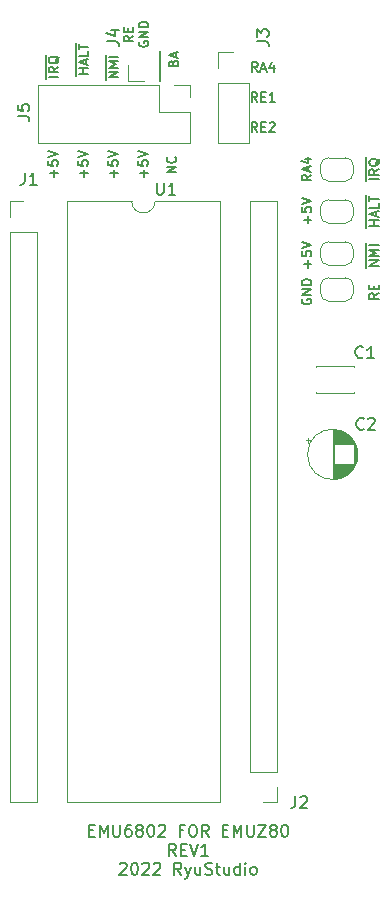
<source format=gto>
G04 #@! TF.GenerationSoftware,KiCad,Pcbnew,(6.0.7)*
G04 #@! TF.CreationDate,2022-09-12T18:05:54-07:00*
G04 #@! TF.ProjectId,emu6802,656d7536-3830-4322-9e6b-696361645f70,rev?*
G04 #@! TF.SameCoordinates,Original*
G04 #@! TF.FileFunction,Legend,Top*
G04 #@! TF.FilePolarity,Positive*
%FSLAX46Y46*%
G04 Gerber Fmt 4.6, Leading zero omitted, Abs format (unit mm)*
G04 Created by KiCad (PCBNEW (6.0.7)) date 2022-09-12 18:05:54*
%MOMM*%
%LPD*%
G01*
G04 APERTURE LIST*
%ADD10C,0.150000*%
%ADD11C,0.120000*%
G04 APERTURE END LIST*
D10*
X68306904Y-64997571D02*
X67506904Y-64997571D01*
X68306904Y-64540428D01*
X67506904Y-64540428D01*
X68230714Y-63702333D02*
X68268809Y-63740428D01*
X68306904Y-63854714D01*
X68306904Y-63930904D01*
X68268809Y-64045190D01*
X68192619Y-64121380D01*
X68116428Y-64159476D01*
X67964047Y-64197571D01*
X67849761Y-64197571D01*
X67697380Y-64159476D01*
X67621190Y-64121380D01*
X67545000Y-64045190D01*
X67506904Y-63930904D01*
X67506904Y-63854714D01*
X67545000Y-63740428D01*
X67583095Y-63702333D01*
X63049142Y-65397571D02*
X63049142Y-64788047D01*
X63353904Y-65092809D02*
X62744380Y-65092809D01*
X62553904Y-64026142D02*
X62553904Y-64407095D01*
X62934857Y-64445190D01*
X62896761Y-64407095D01*
X62858666Y-64330904D01*
X62858666Y-64140428D01*
X62896761Y-64064238D01*
X62934857Y-64026142D01*
X63011047Y-63988047D01*
X63201523Y-63988047D01*
X63277714Y-64026142D01*
X63315809Y-64064238D01*
X63353904Y-64140428D01*
X63353904Y-64330904D01*
X63315809Y-64407095D01*
X63277714Y-64445190D01*
X62553904Y-63759476D02*
X63353904Y-63492809D01*
X62553904Y-63226142D01*
X57969142Y-65397571D02*
X57969142Y-64788047D01*
X58273904Y-65092809D02*
X57664380Y-65092809D01*
X57473904Y-64026142D02*
X57473904Y-64407095D01*
X57854857Y-64445190D01*
X57816761Y-64407095D01*
X57778666Y-64330904D01*
X57778666Y-64140428D01*
X57816761Y-64064238D01*
X57854857Y-64026142D01*
X57931047Y-63988047D01*
X58121523Y-63988047D01*
X58197714Y-64026142D01*
X58235809Y-64064238D01*
X58273904Y-64140428D01*
X58273904Y-64330904D01*
X58235809Y-64407095D01*
X58197714Y-64445190D01*
X57473904Y-63759476D02*
X58273904Y-63492809D01*
X57473904Y-63226142D01*
X65589142Y-65397571D02*
X65589142Y-64788047D01*
X65893904Y-65092809D02*
X65284380Y-65092809D01*
X65093904Y-64026142D02*
X65093904Y-64407095D01*
X65474857Y-64445190D01*
X65436761Y-64407095D01*
X65398666Y-64330904D01*
X65398666Y-64140428D01*
X65436761Y-64064238D01*
X65474857Y-64026142D01*
X65551047Y-63988047D01*
X65741523Y-63988047D01*
X65817714Y-64026142D01*
X65855809Y-64064238D01*
X65893904Y-64140428D01*
X65893904Y-64330904D01*
X65855809Y-64407095D01*
X65817714Y-64445190D01*
X65093904Y-63759476D02*
X65893904Y-63492809D01*
X65093904Y-63226142D01*
X60509142Y-65397571D02*
X60509142Y-64788047D01*
X60813904Y-65092809D02*
X60204380Y-65092809D01*
X60013904Y-64026142D02*
X60013904Y-64407095D01*
X60394857Y-64445190D01*
X60356761Y-64407095D01*
X60318666Y-64330904D01*
X60318666Y-64140428D01*
X60356761Y-64064238D01*
X60394857Y-64026142D01*
X60471047Y-63988047D01*
X60661523Y-63988047D01*
X60737714Y-64026142D01*
X60775809Y-64064238D01*
X60813904Y-64140428D01*
X60813904Y-64330904D01*
X60775809Y-64407095D01*
X60737714Y-64445190D01*
X60013904Y-63759476D02*
X60813904Y-63492809D01*
X60013904Y-63226142D01*
X79751904Y-65246190D02*
X79370952Y-65512857D01*
X79751904Y-65703333D02*
X78951904Y-65703333D01*
X78951904Y-65398571D01*
X78990000Y-65322380D01*
X79028095Y-65284285D01*
X79104285Y-65246190D01*
X79218571Y-65246190D01*
X79294761Y-65284285D01*
X79332857Y-65322380D01*
X79370952Y-65398571D01*
X79370952Y-65703333D01*
X79523333Y-64941428D02*
X79523333Y-64560476D01*
X79751904Y-65017619D02*
X78951904Y-64750952D01*
X79751904Y-64484285D01*
X79218571Y-63874761D02*
X79751904Y-63874761D01*
X78913809Y-64065238D02*
X79485238Y-64255714D01*
X79485238Y-63760476D01*
X85451904Y-75252285D02*
X85070952Y-75518952D01*
X85451904Y-75709428D02*
X84651904Y-75709428D01*
X84651904Y-75404666D01*
X84690000Y-75328476D01*
X84728095Y-75290380D01*
X84804285Y-75252285D01*
X84918571Y-75252285D01*
X84994761Y-75290380D01*
X85032857Y-75328476D01*
X85070952Y-75404666D01*
X85070952Y-75709428D01*
X85032857Y-74909428D02*
X85032857Y-74642761D01*
X85451904Y-74528476D02*
X85451904Y-74909428D01*
X84651904Y-74909428D01*
X84651904Y-74528476D01*
X64688904Y-53454285D02*
X64307952Y-53720952D01*
X64688904Y-53911428D02*
X63888904Y-53911428D01*
X63888904Y-53606666D01*
X63927000Y-53530476D01*
X63965095Y-53492380D01*
X64041285Y-53454285D01*
X64155571Y-53454285D01*
X64231761Y-53492380D01*
X64269857Y-53530476D01*
X64307952Y-53606666D01*
X64307952Y-53911428D01*
X64269857Y-53111428D02*
X64269857Y-52844761D01*
X64688904Y-52730476D02*
X64688904Y-53111428D01*
X63888904Y-53111428D01*
X63888904Y-52730476D01*
X75215809Y-56495904D02*
X74949142Y-56114952D01*
X74758666Y-56495904D02*
X74758666Y-55695904D01*
X75063428Y-55695904D01*
X75139619Y-55734000D01*
X75177714Y-55772095D01*
X75215809Y-55848285D01*
X75215809Y-55962571D01*
X75177714Y-56038761D01*
X75139619Y-56076857D01*
X75063428Y-56114952D01*
X74758666Y-56114952D01*
X75520571Y-56267333D02*
X75901523Y-56267333D01*
X75444380Y-56495904D02*
X75711047Y-55695904D01*
X75977714Y-56495904D01*
X76587238Y-55962571D02*
X76587238Y-56495904D01*
X76396761Y-55657809D02*
X76206285Y-56229238D01*
X76701523Y-56229238D01*
X59853000Y-56869476D02*
X59853000Y-56031380D01*
X60878904Y-56679000D02*
X60078904Y-56679000D01*
X60459857Y-56679000D02*
X60459857Y-56221857D01*
X60878904Y-56221857D02*
X60078904Y-56221857D01*
X59853000Y-56031380D02*
X59853000Y-55345666D01*
X60650333Y-55879000D02*
X60650333Y-55498047D01*
X60878904Y-55955190D02*
X60078904Y-55688523D01*
X60878904Y-55421857D01*
X59853000Y-55345666D02*
X59853000Y-54698047D01*
X60878904Y-54774238D02*
X60878904Y-55155190D01*
X60078904Y-55155190D01*
X59853000Y-54698047D02*
X59853000Y-54088523D01*
X60078904Y-54621857D02*
X60078904Y-54164714D01*
X60878904Y-54393285D02*
X60078904Y-54393285D01*
X79462142Y-73088569D02*
X79462142Y-72479045D01*
X79766904Y-72783807D02*
X79157380Y-72783807D01*
X78966904Y-71717140D02*
X78966904Y-72098093D01*
X79347857Y-72136188D01*
X79309761Y-72098093D01*
X79271666Y-72021902D01*
X79271666Y-71831426D01*
X79309761Y-71755236D01*
X79347857Y-71717140D01*
X79424047Y-71679045D01*
X79614523Y-71679045D01*
X79690714Y-71717140D01*
X79728809Y-71755236D01*
X79766904Y-71831426D01*
X79766904Y-72021902D01*
X79728809Y-72098093D01*
X79690714Y-72136188D01*
X78966904Y-71450474D02*
X79766904Y-71183807D01*
X78966904Y-70917140D01*
X79447142Y-69354571D02*
X79447142Y-68745047D01*
X79751904Y-69049809D02*
X79142380Y-69049809D01*
X78951904Y-67983142D02*
X78951904Y-68364095D01*
X79332857Y-68402190D01*
X79294761Y-68364095D01*
X79256666Y-68287904D01*
X79256666Y-68097428D01*
X79294761Y-68021238D01*
X79332857Y-67983142D01*
X79409047Y-67945047D01*
X79599523Y-67945047D01*
X79675714Y-67983142D01*
X79713809Y-68021238D01*
X79751904Y-68097428D01*
X79751904Y-68287904D01*
X79713809Y-68364095D01*
X79675714Y-68402190D01*
X78951904Y-67716476D02*
X79751904Y-67449809D01*
X78951904Y-67183142D01*
X65200000Y-53949523D02*
X65161904Y-54025714D01*
X65161904Y-54140000D01*
X65200000Y-54254285D01*
X65276190Y-54330476D01*
X65352380Y-54368571D01*
X65504761Y-54406666D01*
X65619047Y-54406666D01*
X65771428Y-54368571D01*
X65847619Y-54330476D01*
X65923809Y-54254285D01*
X65961904Y-54140000D01*
X65961904Y-54063809D01*
X65923809Y-53949523D01*
X65885714Y-53911428D01*
X65619047Y-53911428D01*
X65619047Y-54063809D01*
X65961904Y-53568571D02*
X65161904Y-53568571D01*
X65961904Y-53111428D01*
X65161904Y-53111428D01*
X65961904Y-52730476D02*
X65161904Y-52730476D01*
X65161904Y-52540000D01*
X65200000Y-52425714D01*
X65276190Y-52349523D01*
X65352380Y-52311428D01*
X65504761Y-52273333D01*
X65619047Y-52273333D01*
X65771428Y-52311428D01*
X65847619Y-52349523D01*
X65923809Y-52425714D01*
X65961904Y-52540000D01*
X65961904Y-52730476D01*
X75196761Y-61575904D02*
X74930095Y-61194952D01*
X74739619Y-61575904D02*
X74739619Y-60775904D01*
X75044380Y-60775904D01*
X75120571Y-60814000D01*
X75158666Y-60852095D01*
X75196761Y-60928285D01*
X75196761Y-61042571D01*
X75158666Y-61118761D01*
X75120571Y-61156857D01*
X75044380Y-61194952D01*
X74739619Y-61194952D01*
X75539619Y-61156857D02*
X75806285Y-61156857D01*
X75920571Y-61575904D02*
X75539619Y-61575904D01*
X75539619Y-60775904D01*
X75920571Y-60775904D01*
X76225333Y-60852095D02*
X76263428Y-60814000D01*
X76339619Y-60775904D01*
X76530095Y-60775904D01*
X76606285Y-60814000D01*
X76644380Y-60852095D01*
X76682476Y-60928285D01*
X76682476Y-61004476D01*
X76644380Y-61118761D01*
X76187238Y-61575904D01*
X76682476Y-61575904D01*
X57313000Y-57123523D02*
X57313000Y-56742571D01*
X58338904Y-56933047D02*
X57538904Y-56933047D01*
X57313000Y-56742571D02*
X57313000Y-55942571D01*
X58338904Y-56094952D02*
X57957952Y-56361619D01*
X58338904Y-56552095D02*
X57538904Y-56552095D01*
X57538904Y-56247333D01*
X57577000Y-56171142D01*
X57615095Y-56133047D01*
X57691285Y-56094952D01*
X57805571Y-56094952D01*
X57881761Y-56133047D01*
X57919857Y-56171142D01*
X57957952Y-56247333D01*
X57957952Y-56552095D01*
X57313000Y-55942571D02*
X57313000Y-55104476D01*
X58415095Y-55218761D02*
X58377000Y-55294952D01*
X58300809Y-55371142D01*
X58186523Y-55485428D01*
X58148428Y-55561619D01*
X58148428Y-55637809D01*
X58338904Y-55599714D02*
X58300809Y-55675904D01*
X58224619Y-55752095D01*
X58072238Y-55790190D01*
X57805571Y-55790190D01*
X57653190Y-55752095D01*
X57577000Y-55675904D01*
X57538904Y-55599714D01*
X57538904Y-55447333D01*
X57577000Y-55371142D01*
X57653190Y-55294952D01*
X57805571Y-55256857D01*
X58072238Y-55256857D01*
X58224619Y-55294952D01*
X58300809Y-55371142D01*
X58338904Y-55447333D01*
X58338904Y-55599714D01*
X84426000Y-69716476D02*
X84426000Y-68878380D01*
X85451904Y-69526000D02*
X84651904Y-69526000D01*
X85032857Y-69526000D02*
X85032857Y-69068857D01*
X85451904Y-69068857D02*
X84651904Y-69068857D01*
X84426000Y-68878380D02*
X84426000Y-68192666D01*
X85223333Y-68726000D02*
X85223333Y-68345047D01*
X85451904Y-68802190D02*
X84651904Y-68535523D01*
X85451904Y-68268857D01*
X84426000Y-68192666D02*
X84426000Y-67545047D01*
X85451904Y-67621238D02*
X85451904Y-68002190D01*
X84651904Y-68002190D01*
X84426000Y-67545047D02*
X84426000Y-66935523D01*
X84651904Y-67468857D02*
X84651904Y-67011714D01*
X85451904Y-67240285D02*
X84651904Y-67240285D01*
X84426000Y-65779523D02*
X84426000Y-65398571D01*
X85451904Y-65589047D02*
X84651904Y-65589047D01*
X84426000Y-65398571D02*
X84426000Y-64598571D01*
X85451904Y-64750952D02*
X85070952Y-65017619D01*
X85451904Y-65208095D02*
X84651904Y-65208095D01*
X84651904Y-64903333D01*
X84690000Y-64827142D01*
X84728095Y-64789047D01*
X84804285Y-64750952D01*
X84918571Y-64750952D01*
X84994761Y-64789047D01*
X85032857Y-64827142D01*
X85070952Y-64903333D01*
X85070952Y-65208095D01*
X84426000Y-64598571D02*
X84426000Y-63760476D01*
X85528095Y-63874761D02*
X85490000Y-63950952D01*
X85413809Y-64027142D01*
X85299523Y-64141428D01*
X85261428Y-64217619D01*
X85261428Y-64293809D01*
X85451904Y-64255714D02*
X85413809Y-64331904D01*
X85337619Y-64408095D01*
X85185238Y-64446190D01*
X84918571Y-64446190D01*
X84766190Y-64408095D01*
X84690000Y-64331904D01*
X84651904Y-64255714D01*
X84651904Y-64103333D01*
X84690000Y-64027142D01*
X84766190Y-63950952D01*
X84918571Y-63912857D01*
X85185238Y-63912857D01*
X85337619Y-63950952D01*
X85413809Y-64027142D01*
X85451904Y-64103333D01*
X85451904Y-64255714D01*
X79005000Y-75747523D02*
X78966904Y-75823714D01*
X78966904Y-75938000D01*
X79005000Y-76052285D01*
X79081190Y-76128476D01*
X79157380Y-76166571D01*
X79309761Y-76204666D01*
X79424047Y-76204666D01*
X79576428Y-76166571D01*
X79652619Y-76128476D01*
X79728809Y-76052285D01*
X79766904Y-75938000D01*
X79766904Y-75861809D01*
X79728809Y-75747523D01*
X79690714Y-75709428D01*
X79424047Y-75709428D01*
X79424047Y-75861809D01*
X79766904Y-75366571D02*
X78966904Y-75366571D01*
X79766904Y-74909428D01*
X78966904Y-74909428D01*
X79766904Y-74528476D02*
X78966904Y-74528476D01*
X78966904Y-74338000D01*
X79005000Y-74223714D01*
X79081190Y-74147523D01*
X79157380Y-74109428D01*
X79309761Y-74071333D01*
X79424047Y-74071333D01*
X79576428Y-74109428D01*
X79652619Y-74147523D01*
X79728809Y-74223714D01*
X79766904Y-74338000D01*
X79766904Y-74528476D01*
X62393000Y-57180666D02*
X62393000Y-56342571D01*
X63418904Y-56990190D02*
X62618904Y-56990190D01*
X63418904Y-56533047D01*
X62618904Y-56533047D01*
X62393000Y-56342571D02*
X62393000Y-55428285D01*
X63418904Y-56152095D02*
X62618904Y-56152095D01*
X63190333Y-55885428D01*
X62618904Y-55618761D01*
X63418904Y-55618761D01*
X62393000Y-55428285D02*
X62393000Y-55047333D01*
X63418904Y-55237809D02*
X62618904Y-55237809D01*
X84426000Y-73126664D02*
X84426000Y-72288569D01*
X85451904Y-72936188D02*
X84651904Y-72936188D01*
X85451904Y-72479045D01*
X84651904Y-72479045D01*
X84426000Y-72288569D02*
X84426000Y-71374283D01*
X85451904Y-72098093D02*
X84651904Y-72098093D01*
X85223333Y-71831426D01*
X84651904Y-71564759D01*
X85451904Y-71564759D01*
X84426000Y-71374283D02*
X84426000Y-70993331D01*
X85451904Y-71183807D02*
X84651904Y-71183807D01*
X68079857Y-55764714D02*
X68117952Y-55650428D01*
X68156047Y-55612333D01*
X68232238Y-55574238D01*
X68346523Y-55574238D01*
X68422714Y-55612333D01*
X68460809Y-55650428D01*
X68498904Y-55726619D01*
X68498904Y-56031380D01*
X67698904Y-56031380D01*
X67698904Y-55764714D01*
X67737000Y-55688523D01*
X67775095Y-55650428D01*
X67851285Y-55612333D01*
X67927476Y-55612333D01*
X68003666Y-55650428D01*
X68041761Y-55688523D01*
X68079857Y-55764714D01*
X68079857Y-56031380D01*
X68270333Y-55269476D02*
X68270333Y-54888523D01*
X68498904Y-55345666D02*
X67698904Y-55079000D01*
X68498904Y-54812333D01*
X60937238Y-120746571D02*
X61270571Y-120746571D01*
X61413428Y-121270380D02*
X60937238Y-121270380D01*
X60937238Y-120270380D01*
X61413428Y-120270380D01*
X61842000Y-121270380D02*
X61842000Y-120270380D01*
X62175333Y-120984666D01*
X62508666Y-120270380D01*
X62508666Y-121270380D01*
X62984857Y-120270380D02*
X62984857Y-121079904D01*
X63032476Y-121175142D01*
X63080095Y-121222761D01*
X63175333Y-121270380D01*
X63365809Y-121270380D01*
X63461047Y-121222761D01*
X63508666Y-121175142D01*
X63556285Y-121079904D01*
X63556285Y-120270380D01*
X64461047Y-120270380D02*
X64270571Y-120270380D01*
X64175333Y-120318000D01*
X64127714Y-120365619D01*
X64032476Y-120508476D01*
X63984857Y-120698952D01*
X63984857Y-121079904D01*
X64032476Y-121175142D01*
X64080095Y-121222761D01*
X64175333Y-121270380D01*
X64365809Y-121270380D01*
X64461047Y-121222761D01*
X64508666Y-121175142D01*
X64556285Y-121079904D01*
X64556285Y-120841809D01*
X64508666Y-120746571D01*
X64461047Y-120698952D01*
X64365809Y-120651333D01*
X64175333Y-120651333D01*
X64080095Y-120698952D01*
X64032476Y-120746571D01*
X63984857Y-120841809D01*
X65127714Y-120698952D02*
X65032476Y-120651333D01*
X64984857Y-120603714D01*
X64937238Y-120508476D01*
X64937238Y-120460857D01*
X64984857Y-120365619D01*
X65032476Y-120318000D01*
X65127714Y-120270380D01*
X65318190Y-120270380D01*
X65413428Y-120318000D01*
X65461047Y-120365619D01*
X65508666Y-120460857D01*
X65508666Y-120508476D01*
X65461047Y-120603714D01*
X65413428Y-120651333D01*
X65318190Y-120698952D01*
X65127714Y-120698952D01*
X65032476Y-120746571D01*
X64984857Y-120794190D01*
X64937238Y-120889428D01*
X64937238Y-121079904D01*
X64984857Y-121175142D01*
X65032476Y-121222761D01*
X65127714Y-121270380D01*
X65318190Y-121270380D01*
X65413428Y-121222761D01*
X65461047Y-121175142D01*
X65508666Y-121079904D01*
X65508666Y-120889428D01*
X65461047Y-120794190D01*
X65413428Y-120746571D01*
X65318190Y-120698952D01*
X66127714Y-120270380D02*
X66222952Y-120270380D01*
X66318190Y-120318000D01*
X66365809Y-120365619D01*
X66413428Y-120460857D01*
X66461047Y-120651333D01*
X66461047Y-120889428D01*
X66413428Y-121079904D01*
X66365809Y-121175142D01*
X66318190Y-121222761D01*
X66222952Y-121270380D01*
X66127714Y-121270380D01*
X66032476Y-121222761D01*
X65984857Y-121175142D01*
X65937238Y-121079904D01*
X65889619Y-120889428D01*
X65889619Y-120651333D01*
X65937238Y-120460857D01*
X65984857Y-120365619D01*
X66032476Y-120318000D01*
X66127714Y-120270380D01*
X66842000Y-120365619D02*
X66889619Y-120318000D01*
X66984857Y-120270380D01*
X67222952Y-120270380D01*
X67318190Y-120318000D01*
X67365809Y-120365619D01*
X67413428Y-120460857D01*
X67413428Y-120556095D01*
X67365809Y-120698952D01*
X66794380Y-121270380D01*
X67413428Y-121270380D01*
X68937238Y-120746571D02*
X68603904Y-120746571D01*
X68603904Y-121270380D02*
X68603904Y-120270380D01*
X69080095Y-120270380D01*
X69651523Y-120270380D02*
X69842000Y-120270380D01*
X69937238Y-120318000D01*
X70032476Y-120413238D01*
X70080095Y-120603714D01*
X70080095Y-120937047D01*
X70032476Y-121127523D01*
X69937238Y-121222761D01*
X69842000Y-121270380D01*
X69651523Y-121270380D01*
X69556285Y-121222761D01*
X69461047Y-121127523D01*
X69413428Y-120937047D01*
X69413428Y-120603714D01*
X69461047Y-120413238D01*
X69556285Y-120318000D01*
X69651523Y-120270380D01*
X71080095Y-121270380D02*
X70746761Y-120794190D01*
X70508666Y-121270380D02*
X70508666Y-120270380D01*
X70889619Y-120270380D01*
X70984857Y-120318000D01*
X71032476Y-120365619D01*
X71080095Y-120460857D01*
X71080095Y-120603714D01*
X71032476Y-120698952D01*
X70984857Y-120746571D01*
X70889619Y-120794190D01*
X70508666Y-120794190D01*
X72270571Y-120746571D02*
X72603904Y-120746571D01*
X72746761Y-121270380D02*
X72270571Y-121270380D01*
X72270571Y-120270380D01*
X72746761Y-120270380D01*
X73175333Y-121270380D02*
X73175333Y-120270380D01*
X73508666Y-120984666D01*
X73842000Y-120270380D01*
X73842000Y-121270380D01*
X74318190Y-120270380D02*
X74318190Y-121079904D01*
X74365809Y-121175142D01*
X74413428Y-121222761D01*
X74508666Y-121270380D01*
X74699142Y-121270380D01*
X74794380Y-121222761D01*
X74842000Y-121175142D01*
X74889619Y-121079904D01*
X74889619Y-120270380D01*
X75270571Y-120270380D02*
X75937238Y-120270380D01*
X75270571Y-121270380D01*
X75937238Y-121270380D01*
X76461047Y-120698952D02*
X76365809Y-120651333D01*
X76318190Y-120603714D01*
X76270571Y-120508476D01*
X76270571Y-120460857D01*
X76318190Y-120365619D01*
X76365809Y-120318000D01*
X76461047Y-120270380D01*
X76651523Y-120270380D01*
X76746761Y-120318000D01*
X76794380Y-120365619D01*
X76842000Y-120460857D01*
X76842000Y-120508476D01*
X76794380Y-120603714D01*
X76746761Y-120651333D01*
X76651523Y-120698952D01*
X76461047Y-120698952D01*
X76365809Y-120746571D01*
X76318190Y-120794190D01*
X76270571Y-120889428D01*
X76270571Y-121079904D01*
X76318190Y-121175142D01*
X76365809Y-121222761D01*
X76461047Y-121270380D01*
X76651523Y-121270380D01*
X76746761Y-121222761D01*
X76794380Y-121175142D01*
X76842000Y-121079904D01*
X76842000Y-120889428D01*
X76794380Y-120794190D01*
X76746761Y-120746571D01*
X76651523Y-120698952D01*
X77461047Y-120270380D02*
X77556285Y-120270380D01*
X77651523Y-120318000D01*
X77699142Y-120365619D01*
X77746761Y-120460857D01*
X77794380Y-120651333D01*
X77794380Y-120889428D01*
X77746761Y-121079904D01*
X77699142Y-121175142D01*
X77651523Y-121222761D01*
X77556285Y-121270380D01*
X77461047Y-121270380D01*
X77365809Y-121222761D01*
X77318190Y-121175142D01*
X77270571Y-121079904D01*
X77222952Y-120889428D01*
X77222952Y-120651333D01*
X77270571Y-120460857D01*
X77318190Y-120365619D01*
X77365809Y-120318000D01*
X77461047Y-120270380D01*
X68294380Y-122880380D02*
X67961047Y-122404190D01*
X67722952Y-122880380D02*
X67722952Y-121880380D01*
X68103904Y-121880380D01*
X68199142Y-121928000D01*
X68246761Y-121975619D01*
X68294380Y-122070857D01*
X68294380Y-122213714D01*
X68246761Y-122308952D01*
X68199142Y-122356571D01*
X68103904Y-122404190D01*
X67722952Y-122404190D01*
X68722952Y-122356571D02*
X69056285Y-122356571D01*
X69199142Y-122880380D02*
X68722952Y-122880380D01*
X68722952Y-121880380D01*
X69199142Y-121880380D01*
X69484857Y-121880380D02*
X69818190Y-122880380D01*
X70151523Y-121880380D01*
X71008666Y-122880380D02*
X70437238Y-122880380D01*
X70722952Y-122880380D02*
X70722952Y-121880380D01*
X70627714Y-122023238D01*
X70532476Y-122118476D01*
X70437238Y-122166095D01*
X63556285Y-123585619D02*
X63603904Y-123538000D01*
X63699142Y-123490380D01*
X63937238Y-123490380D01*
X64032476Y-123538000D01*
X64080095Y-123585619D01*
X64127714Y-123680857D01*
X64127714Y-123776095D01*
X64080095Y-123918952D01*
X63508666Y-124490380D01*
X64127714Y-124490380D01*
X64746761Y-123490380D02*
X64842000Y-123490380D01*
X64937238Y-123538000D01*
X64984857Y-123585619D01*
X65032476Y-123680857D01*
X65080095Y-123871333D01*
X65080095Y-124109428D01*
X65032476Y-124299904D01*
X64984857Y-124395142D01*
X64937238Y-124442761D01*
X64842000Y-124490380D01*
X64746761Y-124490380D01*
X64651523Y-124442761D01*
X64603904Y-124395142D01*
X64556285Y-124299904D01*
X64508666Y-124109428D01*
X64508666Y-123871333D01*
X64556285Y-123680857D01*
X64603904Y-123585619D01*
X64651523Y-123538000D01*
X64746761Y-123490380D01*
X65461047Y-123585619D02*
X65508666Y-123538000D01*
X65603904Y-123490380D01*
X65842000Y-123490380D01*
X65937238Y-123538000D01*
X65984857Y-123585619D01*
X66032476Y-123680857D01*
X66032476Y-123776095D01*
X65984857Y-123918952D01*
X65413428Y-124490380D01*
X66032476Y-124490380D01*
X66413428Y-123585619D02*
X66461047Y-123538000D01*
X66556285Y-123490380D01*
X66794380Y-123490380D01*
X66889619Y-123538000D01*
X66937238Y-123585619D01*
X66984857Y-123680857D01*
X66984857Y-123776095D01*
X66937238Y-123918952D01*
X66365809Y-124490380D01*
X66984857Y-124490380D01*
X68746761Y-124490380D02*
X68413428Y-124014190D01*
X68175333Y-124490380D02*
X68175333Y-123490380D01*
X68556285Y-123490380D01*
X68651523Y-123538000D01*
X68699142Y-123585619D01*
X68746761Y-123680857D01*
X68746761Y-123823714D01*
X68699142Y-123918952D01*
X68651523Y-123966571D01*
X68556285Y-124014190D01*
X68175333Y-124014190D01*
X69080095Y-123823714D02*
X69318190Y-124490380D01*
X69556285Y-123823714D02*
X69318190Y-124490380D01*
X69222952Y-124728476D01*
X69175333Y-124776095D01*
X69080095Y-124823714D01*
X70365809Y-123823714D02*
X70365809Y-124490380D01*
X69937238Y-123823714D02*
X69937238Y-124347523D01*
X69984857Y-124442761D01*
X70080095Y-124490380D01*
X70222952Y-124490380D01*
X70318190Y-124442761D01*
X70365809Y-124395142D01*
X70794380Y-124442761D02*
X70937238Y-124490380D01*
X71175333Y-124490380D01*
X71270571Y-124442761D01*
X71318190Y-124395142D01*
X71365809Y-124299904D01*
X71365809Y-124204666D01*
X71318190Y-124109428D01*
X71270571Y-124061809D01*
X71175333Y-124014190D01*
X70984857Y-123966571D01*
X70889619Y-123918952D01*
X70842000Y-123871333D01*
X70794380Y-123776095D01*
X70794380Y-123680857D01*
X70842000Y-123585619D01*
X70889619Y-123538000D01*
X70984857Y-123490380D01*
X71222952Y-123490380D01*
X71365809Y-123538000D01*
X71651523Y-123823714D02*
X72032476Y-123823714D01*
X71794380Y-123490380D02*
X71794380Y-124347523D01*
X71842000Y-124442761D01*
X71937238Y-124490380D01*
X72032476Y-124490380D01*
X72794380Y-123823714D02*
X72794380Y-124490380D01*
X72365809Y-123823714D02*
X72365809Y-124347523D01*
X72413428Y-124442761D01*
X72508666Y-124490380D01*
X72651523Y-124490380D01*
X72746761Y-124442761D01*
X72794380Y-124395142D01*
X73699142Y-124490380D02*
X73699142Y-123490380D01*
X73699142Y-124442761D02*
X73603904Y-124490380D01*
X73413428Y-124490380D01*
X73318190Y-124442761D01*
X73270571Y-124395142D01*
X73222952Y-124299904D01*
X73222952Y-124014190D01*
X73270571Y-123918952D01*
X73318190Y-123871333D01*
X73413428Y-123823714D01*
X73603904Y-123823714D01*
X73699142Y-123871333D01*
X74175333Y-124490380D02*
X74175333Y-123823714D01*
X74175333Y-123490380D02*
X74127714Y-123538000D01*
X74175333Y-123585619D01*
X74222952Y-123538000D01*
X74175333Y-123490380D01*
X74175333Y-123585619D01*
X74794380Y-124490380D02*
X74699142Y-124442761D01*
X74651523Y-124395142D01*
X74603904Y-124299904D01*
X74603904Y-124014190D01*
X74651523Y-123918952D01*
X74699142Y-123871333D01*
X74794380Y-123823714D01*
X74937238Y-123823714D01*
X75032476Y-123871333D01*
X75080095Y-123918952D01*
X75127714Y-124014190D01*
X75127714Y-124299904D01*
X75080095Y-124395142D01*
X75032476Y-124442761D01*
X74937238Y-124490380D01*
X74794380Y-124490380D01*
X75196761Y-59035904D02*
X74930095Y-58654952D01*
X74739619Y-59035904D02*
X74739619Y-58235904D01*
X75044380Y-58235904D01*
X75120571Y-58274000D01*
X75158666Y-58312095D01*
X75196761Y-58388285D01*
X75196761Y-58502571D01*
X75158666Y-58578761D01*
X75120571Y-58616857D01*
X75044380Y-58654952D01*
X74739619Y-58654952D01*
X75539619Y-58616857D02*
X75806285Y-58616857D01*
X75920571Y-59035904D02*
X75539619Y-59035904D01*
X75539619Y-58235904D01*
X75920571Y-58235904D01*
X76682476Y-59035904D02*
X76225333Y-59035904D01*
X76453904Y-59035904D02*
X76453904Y-58235904D01*
X76377714Y-58350190D01*
X76301523Y-58426380D01*
X76225333Y-58464476D01*
X66683095Y-65902380D02*
X66683095Y-66711904D01*
X66730714Y-66807142D01*
X66778333Y-66854761D01*
X66873571Y-66902380D01*
X67064047Y-66902380D01*
X67159285Y-66854761D01*
X67206904Y-66807142D01*
X67254523Y-66711904D01*
X67254523Y-65902380D01*
X68254523Y-66902380D02*
X67683095Y-66902380D01*
X67968809Y-66902380D02*
X67968809Y-65902380D01*
X67873571Y-66045238D01*
X67778333Y-66140476D01*
X67683095Y-66188095D01*
X55503866Y-65057380D02*
X55503866Y-65771666D01*
X55456247Y-65914523D01*
X55361009Y-66009761D01*
X55218152Y-66057380D01*
X55122914Y-66057380D01*
X56503866Y-66057380D02*
X55932438Y-66057380D01*
X56218152Y-66057380D02*
X56218152Y-65057380D01*
X56122914Y-65200238D01*
X56027676Y-65295476D01*
X55932438Y-65343095D01*
X78406666Y-117822380D02*
X78406666Y-118536666D01*
X78359047Y-118679523D01*
X78263809Y-118774761D01*
X78120952Y-118822380D01*
X78025714Y-118822380D01*
X78835238Y-117917619D02*
X78882857Y-117870000D01*
X78978095Y-117822380D01*
X79216190Y-117822380D01*
X79311428Y-117870000D01*
X79359047Y-117917619D01*
X79406666Y-118012857D01*
X79406666Y-118108095D01*
X79359047Y-118250952D01*
X78787619Y-118822380D01*
X79406666Y-118822380D01*
X84204733Y-86717142D02*
X84157114Y-86764761D01*
X84014257Y-86812380D01*
X83919019Y-86812380D01*
X83776161Y-86764761D01*
X83680923Y-86669523D01*
X83633304Y-86574285D01*
X83585685Y-86383809D01*
X83585685Y-86240952D01*
X83633304Y-86050476D01*
X83680923Y-85955238D01*
X83776161Y-85860000D01*
X83919019Y-85812380D01*
X84014257Y-85812380D01*
X84157114Y-85860000D01*
X84204733Y-85907619D01*
X84585685Y-85907619D02*
X84633304Y-85860000D01*
X84728542Y-85812380D01*
X84966638Y-85812380D01*
X85061876Y-85860000D01*
X85109495Y-85907619D01*
X85157114Y-86002857D01*
X85157114Y-86098095D01*
X85109495Y-86240952D01*
X84538066Y-86812380D01*
X85157114Y-86812380D01*
X54889380Y-60257333D02*
X55603666Y-60257333D01*
X55746523Y-60304952D01*
X55841761Y-60400190D01*
X55889380Y-60543047D01*
X55889380Y-60638285D01*
X54889380Y-59304952D02*
X54889380Y-59781142D01*
X55365571Y-59828761D01*
X55317952Y-59781142D01*
X55270333Y-59685904D01*
X55270333Y-59447809D01*
X55317952Y-59352571D01*
X55365571Y-59304952D01*
X55460809Y-59257333D01*
X55698904Y-59257333D01*
X55794142Y-59304952D01*
X55841761Y-59352571D01*
X55889380Y-59447809D01*
X55889380Y-59685904D01*
X55841761Y-59781142D01*
X55794142Y-59828761D01*
X84121333Y-80657142D02*
X84073714Y-80704761D01*
X83930857Y-80752380D01*
X83835619Y-80752380D01*
X83692761Y-80704761D01*
X83597523Y-80609523D01*
X83549904Y-80514285D01*
X83502285Y-80323809D01*
X83502285Y-80180952D01*
X83549904Y-79990476D01*
X83597523Y-79895238D01*
X83692761Y-79800000D01*
X83835619Y-79752380D01*
X83930857Y-79752380D01*
X84073714Y-79800000D01*
X84121333Y-79847619D01*
X85073714Y-80752380D02*
X84502285Y-80752380D01*
X84788000Y-80752380D02*
X84788000Y-79752380D01*
X84692761Y-79895238D01*
X84597523Y-79990476D01*
X84502285Y-80038095D01*
X62444380Y-53907333D02*
X63158666Y-53907333D01*
X63301523Y-53954952D01*
X63396761Y-54050190D01*
X63444380Y-54193047D01*
X63444380Y-54288285D01*
X62777714Y-53002571D02*
X63444380Y-53002571D01*
X62396761Y-53240666D02*
X63111047Y-53478761D01*
X63111047Y-52859714D01*
X75144380Y-53927333D02*
X75858666Y-53927333D01*
X76001523Y-53974952D01*
X76096761Y-54070190D01*
X76144380Y-54213047D01*
X76144380Y-54308285D01*
X75144380Y-53546380D02*
X75144380Y-52927333D01*
X75525333Y-53260666D01*
X75525333Y-53117809D01*
X75572952Y-53022571D01*
X75620571Y-52974952D01*
X75715809Y-52927333D01*
X75953904Y-52927333D01*
X76049142Y-52974952D01*
X76096761Y-53022571D01*
X76144380Y-53117809D01*
X76144380Y-53403523D01*
X76096761Y-53498761D01*
X76049142Y-53546380D01*
D11*
X59080000Y-118370000D02*
X72000000Y-118370000D01*
X72000000Y-118370000D02*
X72000000Y-67450000D01*
X64540000Y-67450000D02*
X59080000Y-67450000D01*
X72000000Y-67450000D02*
X66540000Y-67450000D01*
X59080000Y-67450000D02*
X59080000Y-118370000D01*
X64540000Y-67450000D02*
G75*
G03*
X66540000Y-67450000I1000000J0D01*
G01*
X54250000Y-118370000D02*
X56510000Y-118370000D01*
X54250000Y-70050000D02*
X56510000Y-70050000D01*
X54250000Y-70050000D02*
X54250000Y-118370000D01*
X54250000Y-68780000D02*
X54250000Y-67450000D01*
X56510000Y-70050000D02*
X56510000Y-118370000D01*
X54250000Y-67450000D02*
X55380000Y-67450000D01*
X76830000Y-117040000D02*
X76830000Y-118370000D01*
X76830000Y-115770000D02*
X76830000Y-67450000D01*
X76830000Y-118370000D02*
X75700000Y-118370000D01*
X74570000Y-115770000D02*
X74570000Y-67450000D01*
X76830000Y-67450000D02*
X74570000Y-67450000D01*
X76830000Y-115770000D02*
X74570000Y-115770000D01*
X83681400Y-88900000D02*
G75*
G03*
X83681400Y-88900000I-2120000J0D01*
G01*
X82442400Y-89740000D02*
X82442400Y-90789000D01*
X82201400Y-89740000D02*
X82201400Y-90882000D01*
X82602400Y-89740000D02*
X82602400Y-90708000D01*
X83202400Y-87596000D02*
X83202400Y-88060000D01*
X83002400Y-87384000D02*
X83002400Y-88060000D01*
X83002400Y-89740000D02*
X83002400Y-90416000D01*
X83562400Y-88236000D02*
X83562400Y-89564000D01*
X81841400Y-89740000D02*
X81841400Y-90962000D01*
X82922400Y-87313000D02*
X82922400Y-88060000D01*
X83322400Y-89740000D02*
X83322400Y-90042000D01*
X82482400Y-87030000D02*
X82482400Y-88060000D01*
X81881400Y-86844000D02*
X81881400Y-88060000D01*
X83202400Y-89740000D02*
X83202400Y-90204000D01*
X82802400Y-89740000D02*
X82802400Y-90580000D01*
X83362400Y-89740000D02*
X83362400Y-89980000D01*
X82081400Y-86884000D02*
X82081400Y-88060000D01*
X79491599Y-87505000D02*
X79491599Y-87905000D01*
X81761400Y-89740000D02*
X81761400Y-90971000D01*
X81641400Y-86821000D02*
X81641400Y-90979000D01*
X83042400Y-87422000D02*
X83042400Y-88060000D01*
X83602400Y-88363000D02*
X83602400Y-89437000D01*
X83282400Y-87700000D02*
X83282400Y-88060000D01*
X81841400Y-86838000D02*
X81841400Y-88060000D01*
X82962400Y-87348000D02*
X82962400Y-88060000D01*
X82642400Y-89740000D02*
X82642400Y-90685000D01*
X82522400Y-89740000D02*
X82522400Y-90751000D01*
X83442400Y-87960000D02*
X83442400Y-89840000D01*
X82842400Y-87250000D02*
X82842400Y-88060000D01*
X83322400Y-87758000D02*
X83322400Y-88060000D01*
X82282400Y-89740000D02*
X82282400Y-90854000D01*
X81801400Y-89740000D02*
X81801400Y-90967000D01*
X81601400Y-86820000D02*
X81601400Y-90980000D01*
X83282400Y-89740000D02*
X83282400Y-90100000D01*
X82722400Y-89740000D02*
X82722400Y-90635000D01*
X82802400Y-87220000D02*
X82802400Y-88060000D01*
X82882400Y-89740000D02*
X82882400Y-90519000D01*
X83242400Y-89740000D02*
X83242400Y-90154000D01*
X82842400Y-89740000D02*
X82842400Y-90550000D01*
X82322400Y-86960000D02*
X82322400Y-88060000D01*
X82442400Y-87011000D02*
X82442400Y-88060000D01*
X82201400Y-86918000D02*
X82201400Y-88060000D01*
X82161400Y-86906000D02*
X82161400Y-88060000D01*
X81761400Y-86829000D02*
X81761400Y-88060000D01*
X83122400Y-87504000D02*
X83122400Y-88060000D01*
X83042400Y-89740000D02*
X83042400Y-90378000D01*
X81561400Y-86820000D02*
X81561400Y-90980000D01*
X82041400Y-86875000D02*
X82041400Y-88060000D01*
X82081400Y-89740000D02*
X82081400Y-90916000D01*
X82762400Y-87192000D02*
X82762400Y-88060000D01*
X81801400Y-86833000D02*
X81801400Y-88060000D01*
X81961400Y-86858000D02*
X81961400Y-88060000D01*
X81881400Y-89740000D02*
X81881400Y-90956000D01*
X83082400Y-87462000D02*
X83082400Y-88060000D01*
X82001400Y-86866000D02*
X82001400Y-88060000D01*
X83082400Y-89740000D02*
X83082400Y-90338000D01*
X83522400Y-88132000D02*
X83522400Y-89668000D01*
X81721400Y-86826000D02*
X81721400Y-90974000D01*
X81921400Y-89740000D02*
X81921400Y-90950000D01*
X82322400Y-89740000D02*
X82322400Y-90840000D01*
X82241400Y-86932000D02*
X82241400Y-88060000D01*
X83362400Y-87820000D02*
X83362400Y-88060000D01*
X82041400Y-89740000D02*
X82041400Y-90925000D01*
X83162400Y-89740000D02*
X83162400Y-90251000D01*
X82642400Y-87115000D02*
X82642400Y-88060000D01*
X82362400Y-86976000D02*
X82362400Y-88060000D01*
X82922400Y-89740000D02*
X82922400Y-90487000D01*
X81681400Y-86823000D02*
X81681400Y-90977000D01*
X82562400Y-87070000D02*
X82562400Y-88060000D01*
X81961400Y-89740000D02*
X81961400Y-90942000D01*
X83162400Y-87549000D02*
X83162400Y-88060000D01*
X82762400Y-89740000D02*
X82762400Y-90608000D01*
X83242400Y-87646000D02*
X83242400Y-88060000D01*
X82482400Y-89740000D02*
X82482400Y-90770000D01*
X83482400Y-88041000D02*
X83482400Y-89759000D01*
X82402400Y-89740000D02*
X82402400Y-90807000D01*
X83122400Y-89740000D02*
X83122400Y-90296000D01*
X82121400Y-86895000D02*
X82121400Y-88060000D01*
X82362400Y-89740000D02*
X82362400Y-90824000D01*
X82682400Y-89740000D02*
X82682400Y-90660000D01*
X82682400Y-87140000D02*
X82682400Y-88060000D01*
X82602400Y-87092000D02*
X82602400Y-88060000D01*
X82402400Y-86993000D02*
X82402400Y-88060000D01*
X83642400Y-88530000D02*
X83642400Y-89270000D01*
X82161400Y-89740000D02*
X82161400Y-90894000D01*
X82241400Y-89740000D02*
X82241400Y-90868000D01*
X82722400Y-87165000D02*
X82722400Y-88060000D01*
X81921400Y-86850000D02*
X81921400Y-88060000D01*
X82522400Y-87049000D02*
X82522400Y-88060000D01*
X82962400Y-89740000D02*
X82962400Y-90452000D01*
X82121400Y-89740000D02*
X82121400Y-90905000D01*
X82282400Y-86946000D02*
X82282400Y-88060000D01*
X79291599Y-87705000D02*
X79691599Y-87705000D01*
X83402400Y-87887000D02*
X83402400Y-89913000D01*
X82001400Y-89740000D02*
X82001400Y-90934000D01*
X82562400Y-89740000D02*
X82562400Y-90730000D01*
X82882400Y-87281000D02*
X82882400Y-88060000D01*
X81230000Y-63770000D02*
G75*
G03*
X80530000Y-64470000I-1J-699999D01*
G01*
X80530000Y-65070000D02*
G75*
G03*
X81230000Y-65770000I699999J-1D01*
G01*
X83330000Y-64470000D02*
G75*
G03*
X82630000Y-63770000I-700000J0D01*
G01*
X82630000Y-65770000D02*
G75*
G03*
X83330000Y-65070000I0J700000D01*
G01*
X82630000Y-65770000D02*
X81230000Y-65770000D01*
X83330000Y-64470000D02*
X83330000Y-65070000D01*
X80530000Y-65070000D02*
X80530000Y-64470000D01*
X81230000Y-63770000D02*
X82630000Y-63770000D01*
X81230000Y-67326000D02*
G75*
G03*
X80530000Y-68026000I-1J-699999D01*
G01*
X83330000Y-68026000D02*
G75*
G03*
X82630000Y-67326000I-700000J0D01*
G01*
X82630000Y-69326000D02*
G75*
G03*
X83330000Y-68626000I0J700000D01*
G01*
X80530000Y-68626000D02*
G75*
G03*
X81230000Y-69326000I699999J-1D01*
G01*
X80530000Y-68626000D02*
X80530000Y-68026000D01*
X81230000Y-67326000D02*
X82630000Y-67326000D01*
X83330000Y-68026000D02*
X83330000Y-68626000D01*
X82630000Y-69326000D02*
X81230000Y-69326000D01*
X69462000Y-57663400D02*
X69462000Y-58654000D01*
X69462000Y-59924000D02*
X69462000Y-62524000D01*
X66862000Y-57638000D02*
X56642000Y-57638000D01*
X66862000Y-59924000D02*
X69462000Y-59924000D01*
X69462000Y-62524000D02*
X56642000Y-62524000D01*
X68132000Y-57663400D02*
X69462000Y-57663400D01*
X66862000Y-57638000D02*
X66862000Y-59924000D01*
X56642000Y-57638000D02*
X56642000Y-62524000D01*
X80148000Y-83605000D02*
X80148000Y-83670000D01*
X80148000Y-81430000D02*
X83388000Y-81430000D01*
X83388000Y-83605000D02*
X83388000Y-83670000D01*
X80148000Y-81430000D02*
X80148000Y-81495000D01*
X80148000Y-83670000D02*
X83388000Y-83670000D01*
X83388000Y-81430000D02*
X83388000Y-81495000D01*
X81230000Y-70882000D02*
G75*
G03*
X80530000Y-71582000I-1J-699999D01*
G01*
X80530000Y-72182000D02*
G75*
G03*
X81230000Y-72882000I699999J-1D01*
G01*
X83330000Y-71582000D02*
G75*
G03*
X82630000Y-70882000I-700000J0D01*
G01*
X82630000Y-72882000D02*
G75*
G03*
X83330000Y-72182000I0J700000D01*
G01*
X82630000Y-72882000D02*
X81230000Y-72882000D01*
X80530000Y-72182000D02*
X80530000Y-71582000D01*
X81230000Y-70882000D02*
X82630000Y-70882000D01*
X83330000Y-71582000D02*
X83330000Y-72182000D01*
X81230000Y-73930000D02*
G75*
G03*
X80530000Y-74630000I-1J-699999D01*
G01*
X83330000Y-74630000D02*
G75*
G03*
X82630000Y-73930000I-700000J0D01*
G01*
X82630000Y-75930000D02*
G75*
G03*
X83330000Y-75230000I0J700000D01*
G01*
X80530000Y-75230000D02*
G75*
G03*
X81230000Y-75930000I699999J-1D01*
G01*
X80530000Y-75230000D02*
X80530000Y-74630000D01*
X81230000Y-73930000D02*
X82630000Y-73930000D01*
X82630000Y-75930000D02*
X81230000Y-75930000D01*
X83330000Y-74630000D02*
X83330000Y-75230000D01*
X66927000Y-57282400D02*
X66927000Y-54784000D01*
X66867000Y-54784000D02*
X66927000Y-54784000D01*
X64276200Y-57261600D02*
X64276200Y-55931600D01*
X66917800Y-57257000D02*
X66892400Y-57257000D01*
X65597000Y-57282400D02*
X64267000Y-57282400D01*
X66867000Y-57307800D02*
X66867000Y-54784000D01*
X71822000Y-54824000D02*
X73152000Y-54824000D01*
X71822000Y-57424000D02*
X74482000Y-57424000D01*
X71822000Y-56154000D02*
X71822000Y-54824000D01*
X71822000Y-62564000D02*
X74482000Y-62564000D01*
X71822000Y-57424000D02*
X71822000Y-62564000D01*
X74482000Y-57424000D02*
X74482000Y-62564000D01*
M02*

</source>
